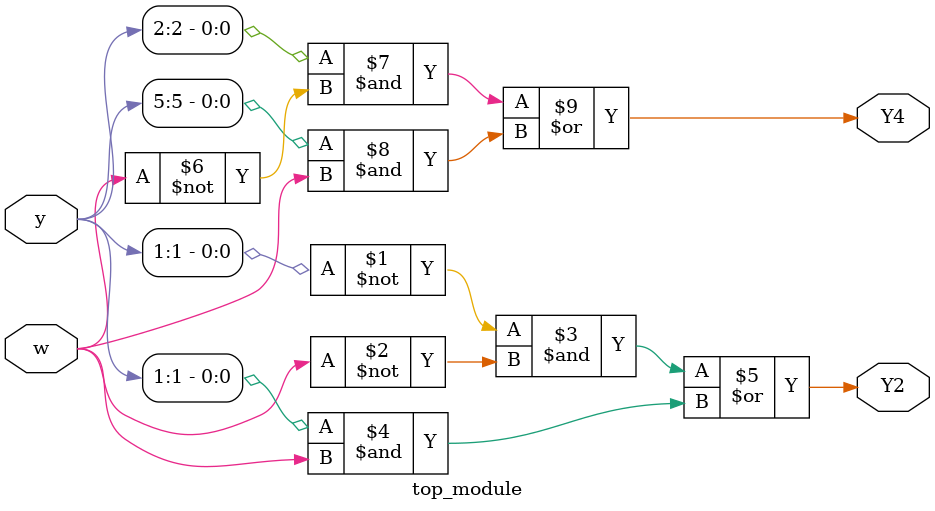
<source format=sv>
module top_module (
    input [6:1] y,
    input w,
    output Y2,
    output Y4
);

// Next-state logic for y[2] (state B and C)
assign Y2 = (~y[1] & ~w) | (y[1] & w);

// Next-state logic for y[4] (state D and E)
assign Y4 = (y[2] & ~w) | (y[5] & w);

endmodule

</source>
